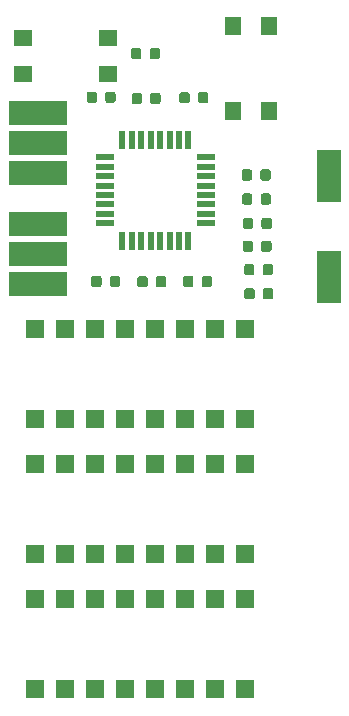
<source format=gtp>
G04 #@! TF.GenerationSoftware,KiCad,Pcbnew,5.0.1-33cea8e~68~ubuntu14.04.1*
G04 #@! TF.CreationDate,2018-11-20T20:00:49-08:00*
G04 #@! TF.ProjectId,delay,64656C61792E6B696361645F70636200,rev?*
G04 #@! TF.SameCoordinates,Original*
G04 #@! TF.FileFunction,Paste,Top*
G04 #@! TF.FilePolarity,Positive*
%FSLAX46Y46*%
G04 Gerber Fmt 4.6, Leading zero omitted, Abs format (unit mm)*
G04 Created by KiCad (PCBNEW 5.0.1-33cea8e~68~ubuntu14.04.1) date Tue 20 Nov 2018 08:00:49 PM PST*
%MOMM*%
%LPD*%
G01*
G04 APERTURE LIST*
%ADD10C,0.100000*%
%ADD11C,0.875000*%
%ADD12R,1.400000X1.600000*%
%ADD13R,1.600000X1.400000*%
%ADD14R,1.600000X1.600000*%
%ADD15R,0.550000X1.600000*%
%ADD16R,1.600000X0.550000*%
%ADD17R,2.000000X4.500000*%
%ADD18R,5.000000X2.000000*%
G04 APERTURE END LIST*
D10*
G04 #@! TO.C,C2*
G36*
X147355191Y-118974053D02*
X147376426Y-118977203D01*
X147397250Y-118982419D01*
X147417462Y-118989651D01*
X147436868Y-118998830D01*
X147455281Y-119009866D01*
X147472524Y-119022654D01*
X147488430Y-119037070D01*
X147502846Y-119052976D01*
X147515634Y-119070219D01*
X147526670Y-119088632D01*
X147535849Y-119108038D01*
X147543081Y-119128250D01*
X147548297Y-119149074D01*
X147551447Y-119170309D01*
X147552500Y-119191750D01*
X147552500Y-119704250D01*
X147551447Y-119725691D01*
X147548297Y-119746926D01*
X147543081Y-119767750D01*
X147535849Y-119787962D01*
X147526670Y-119807368D01*
X147515634Y-119825781D01*
X147502846Y-119843024D01*
X147488430Y-119858930D01*
X147472524Y-119873346D01*
X147455281Y-119886134D01*
X147436868Y-119897170D01*
X147417462Y-119906349D01*
X147397250Y-119913581D01*
X147376426Y-119918797D01*
X147355191Y-119921947D01*
X147333750Y-119923000D01*
X146896250Y-119923000D01*
X146874809Y-119921947D01*
X146853574Y-119918797D01*
X146832750Y-119913581D01*
X146812538Y-119906349D01*
X146793132Y-119897170D01*
X146774719Y-119886134D01*
X146757476Y-119873346D01*
X146741570Y-119858930D01*
X146727154Y-119843024D01*
X146714366Y-119825781D01*
X146703330Y-119807368D01*
X146694151Y-119787962D01*
X146686919Y-119767750D01*
X146681703Y-119746926D01*
X146678553Y-119725691D01*
X146677500Y-119704250D01*
X146677500Y-119191750D01*
X146678553Y-119170309D01*
X146681703Y-119149074D01*
X146686919Y-119128250D01*
X146694151Y-119108038D01*
X146703330Y-119088632D01*
X146714366Y-119070219D01*
X146727154Y-119052976D01*
X146741570Y-119037070D01*
X146757476Y-119022654D01*
X146774719Y-119009866D01*
X146793132Y-118998830D01*
X146812538Y-118989651D01*
X146832750Y-118982419D01*
X146853574Y-118977203D01*
X146874809Y-118974053D01*
X146896250Y-118973000D01*
X147333750Y-118973000D01*
X147355191Y-118974053D01*
X147355191Y-118974053D01*
G37*
D11*
X147115000Y-119448000D03*
D10*
G36*
X145780191Y-118974053D02*
X145801426Y-118977203D01*
X145822250Y-118982419D01*
X145842462Y-118989651D01*
X145861868Y-118998830D01*
X145880281Y-119009866D01*
X145897524Y-119022654D01*
X145913430Y-119037070D01*
X145927846Y-119052976D01*
X145940634Y-119070219D01*
X145951670Y-119088632D01*
X145960849Y-119108038D01*
X145968081Y-119128250D01*
X145973297Y-119149074D01*
X145976447Y-119170309D01*
X145977500Y-119191750D01*
X145977500Y-119704250D01*
X145976447Y-119725691D01*
X145973297Y-119746926D01*
X145968081Y-119767750D01*
X145960849Y-119787962D01*
X145951670Y-119807368D01*
X145940634Y-119825781D01*
X145927846Y-119843024D01*
X145913430Y-119858930D01*
X145897524Y-119873346D01*
X145880281Y-119886134D01*
X145861868Y-119897170D01*
X145842462Y-119906349D01*
X145822250Y-119913581D01*
X145801426Y-119918797D01*
X145780191Y-119921947D01*
X145758750Y-119923000D01*
X145321250Y-119923000D01*
X145299809Y-119921947D01*
X145278574Y-119918797D01*
X145257750Y-119913581D01*
X145237538Y-119906349D01*
X145218132Y-119897170D01*
X145199719Y-119886134D01*
X145182476Y-119873346D01*
X145166570Y-119858930D01*
X145152154Y-119843024D01*
X145139366Y-119825781D01*
X145128330Y-119807368D01*
X145119151Y-119787962D01*
X145111919Y-119767750D01*
X145106703Y-119746926D01*
X145103553Y-119725691D01*
X145102500Y-119704250D01*
X145102500Y-119191750D01*
X145103553Y-119170309D01*
X145106703Y-119149074D01*
X145111919Y-119128250D01*
X145119151Y-119108038D01*
X145128330Y-119088632D01*
X145139366Y-119070219D01*
X145152154Y-119052976D01*
X145166570Y-119037070D01*
X145182476Y-119022654D01*
X145199719Y-119009866D01*
X145218132Y-118998830D01*
X145237538Y-118989651D01*
X145257750Y-118982419D01*
X145278574Y-118977203D01*
X145299809Y-118974053D01*
X145321250Y-118973000D01*
X145758750Y-118973000D01*
X145780191Y-118974053D01*
X145780191Y-118974053D01*
G37*
D11*
X145540000Y-119448000D03*
G04 #@! TD*
D10*
G04 #@! TO.C,C3*
G36*
X145905191Y-120964053D02*
X145926426Y-120967203D01*
X145947250Y-120972419D01*
X145967462Y-120979651D01*
X145986868Y-120988830D01*
X146005281Y-120999866D01*
X146022524Y-121012654D01*
X146038430Y-121027070D01*
X146052846Y-121042976D01*
X146065634Y-121060219D01*
X146076670Y-121078632D01*
X146085849Y-121098038D01*
X146093081Y-121118250D01*
X146098297Y-121139074D01*
X146101447Y-121160309D01*
X146102500Y-121181750D01*
X146102500Y-121694250D01*
X146101447Y-121715691D01*
X146098297Y-121736926D01*
X146093081Y-121757750D01*
X146085849Y-121777962D01*
X146076670Y-121797368D01*
X146065634Y-121815781D01*
X146052846Y-121833024D01*
X146038430Y-121848930D01*
X146022524Y-121863346D01*
X146005281Y-121876134D01*
X145986868Y-121887170D01*
X145967462Y-121896349D01*
X145947250Y-121903581D01*
X145926426Y-121908797D01*
X145905191Y-121911947D01*
X145883750Y-121913000D01*
X145446250Y-121913000D01*
X145424809Y-121911947D01*
X145403574Y-121908797D01*
X145382750Y-121903581D01*
X145362538Y-121896349D01*
X145343132Y-121887170D01*
X145324719Y-121876134D01*
X145307476Y-121863346D01*
X145291570Y-121848930D01*
X145277154Y-121833024D01*
X145264366Y-121815781D01*
X145253330Y-121797368D01*
X145244151Y-121777962D01*
X145236919Y-121757750D01*
X145231703Y-121736926D01*
X145228553Y-121715691D01*
X145227500Y-121694250D01*
X145227500Y-121181750D01*
X145228553Y-121160309D01*
X145231703Y-121139074D01*
X145236919Y-121118250D01*
X145244151Y-121098038D01*
X145253330Y-121078632D01*
X145264366Y-121060219D01*
X145277154Y-121042976D01*
X145291570Y-121027070D01*
X145307476Y-121012654D01*
X145324719Y-120999866D01*
X145343132Y-120988830D01*
X145362538Y-120979651D01*
X145382750Y-120972419D01*
X145403574Y-120967203D01*
X145424809Y-120964053D01*
X145446250Y-120963000D01*
X145883750Y-120963000D01*
X145905191Y-120964053D01*
X145905191Y-120964053D01*
G37*
D11*
X145665000Y-121438000D03*
D10*
G36*
X147480191Y-120964053D02*
X147501426Y-120967203D01*
X147522250Y-120972419D01*
X147542462Y-120979651D01*
X147561868Y-120988830D01*
X147580281Y-120999866D01*
X147597524Y-121012654D01*
X147613430Y-121027070D01*
X147627846Y-121042976D01*
X147640634Y-121060219D01*
X147651670Y-121078632D01*
X147660849Y-121098038D01*
X147668081Y-121118250D01*
X147673297Y-121139074D01*
X147676447Y-121160309D01*
X147677500Y-121181750D01*
X147677500Y-121694250D01*
X147676447Y-121715691D01*
X147673297Y-121736926D01*
X147668081Y-121757750D01*
X147660849Y-121777962D01*
X147651670Y-121797368D01*
X147640634Y-121815781D01*
X147627846Y-121833024D01*
X147613430Y-121848930D01*
X147597524Y-121863346D01*
X147580281Y-121876134D01*
X147561868Y-121887170D01*
X147542462Y-121896349D01*
X147522250Y-121903581D01*
X147501426Y-121908797D01*
X147480191Y-121911947D01*
X147458750Y-121913000D01*
X147021250Y-121913000D01*
X146999809Y-121911947D01*
X146978574Y-121908797D01*
X146957750Y-121903581D01*
X146937538Y-121896349D01*
X146918132Y-121887170D01*
X146899719Y-121876134D01*
X146882476Y-121863346D01*
X146866570Y-121848930D01*
X146852154Y-121833024D01*
X146839366Y-121815781D01*
X146828330Y-121797368D01*
X146819151Y-121777962D01*
X146811919Y-121757750D01*
X146806703Y-121736926D01*
X146803553Y-121715691D01*
X146802500Y-121694250D01*
X146802500Y-121181750D01*
X146803553Y-121160309D01*
X146806703Y-121139074D01*
X146811919Y-121118250D01*
X146819151Y-121098038D01*
X146828330Y-121078632D01*
X146839366Y-121060219D01*
X146852154Y-121042976D01*
X146866570Y-121027070D01*
X146882476Y-121012654D01*
X146899719Y-120999866D01*
X146918132Y-120988830D01*
X146937538Y-120979651D01*
X146957750Y-120972419D01*
X146978574Y-120967203D01*
X146999809Y-120964053D01*
X147021250Y-120963000D01*
X147458750Y-120963000D01*
X147480191Y-120964053D01*
X147480191Y-120964053D01*
G37*
D11*
X147240000Y-121438000D03*
G04 #@! TD*
D10*
G04 #@! TO.C,C4*
G36*
X137959191Y-106460053D02*
X137980426Y-106463203D01*
X138001250Y-106468419D01*
X138021462Y-106475651D01*
X138040868Y-106484830D01*
X138059281Y-106495866D01*
X138076524Y-106508654D01*
X138092430Y-106523070D01*
X138106846Y-106538976D01*
X138119634Y-106556219D01*
X138130670Y-106574632D01*
X138139849Y-106594038D01*
X138147081Y-106614250D01*
X138152297Y-106635074D01*
X138155447Y-106656309D01*
X138156500Y-106677750D01*
X138156500Y-107190250D01*
X138155447Y-107211691D01*
X138152297Y-107232926D01*
X138147081Y-107253750D01*
X138139849Y-107273962D01*
X138130670Y-107293368D01*
X138119634Y-107311781D01*
X138106846Y-107329024D01*
X138092430Y-107344930D01*
X138076524Y-107359346D01*
X138059281Y-107372134D01*
X138040868Y-107383170D01*
X138021462Y-107392349D01*
X138001250Y-107399581D01*
X137980426Y-107404797D01*
X137959191Y-107407947D01*
X137937750Y-107409000D01*
X137500250Y-107409000D01*
X137478809Y-107407947D01*
X137457574Y-107404797D01*
X137436750Y-107399581D01*
X137416538Y-107392349D01*
X137397132Y-107383170D01*
X137378719Y-107372134D01*
X137361476Y-107359346D01*
X137345570Y-107344930D01*
X137331154Y-107329024D01*
X137318366Y-107311781D01*
X137307330Y-107293368D01*
X137298151Y-107273962D01*
X137290919Y-107253750D01*
X137285703Y-107232926D01*
X137282553Y-107211691D01*
X137281500Y-107190250D01*
X137281500Y-106677750D01*
X137282553Y-106656309D01*
X137285703Y-106635074D01*
X137290919Y-106614250D01*
X137298151Y-106594038D01*
X137307330Y-106574632D01*
X137318366Y-106556219D01*
X137331154Y-106538976D01*
X137345570Y-106523070D01*
X137361476Y-106508654D01*
X137378719Y-106495866D01*
X137397132Y-106484830D01*
X137416538Y-106475651D01*
X137436750Y-106468419D01*
X137457574Y-106463203D01*
X137478809Y-106460053D01*
X137500250Y-106459000D01*
X137937750Y-106459000D01*
X137959191Y-106460053D01*
X137959191Y-106460053D01*
G37*
D11*
X137719000Y-106934000D03*
D10*
G36*
X136384191Y-106460053D02*
X136405426Y-106463203D01*
X136426250Y-106468419D01*
X136446462Y-106475651D01*
X136465868Y-106484830D01*
X136484281Y-106495866D01*
X136501524Y-106508654D01*
X136517430Y-106523070D01*
X136531846Y-106538976D01*
X136544634Y-106556219D01*
X136555670Y-106574632D01*
X136564849Y-106594038D01*
X136572081Y-106614250D01*
X136577297Y-106635074D01*
X136580447Y-106656309D01*
X136581500Y-106677750D01*
X136581500Y-107190250D01*
X136580447Y-107211691D01*
X136577297Y-107232926D01*
X136572081Y-107253750D01*
X136564849Y-107273962D01*
X136555670Y-107293368D01*
X136544634Y-107311781D01*
X136531846Y-107329024D01*
X136517430Y-107344930D01*
X136501524Y-107359346D01*
X136484281Y-107372134D01*
X136465868Y-107383170D01*
X136446462Y-107392349D01*
X136426250Y-107399581D01*
X136405426Y-107404797D01*
X136384191Y-107407947D01*
X136362750Y-107409000D01*
X135925250Y-107409000D01*
X135903809Y-107407947D01*
X135882574Y-107404797D01*
X135861750Y-107399581D01*
X135841538Y-107392349D01*
X135822132Y-107383170D01*
X135803719Y-107372134D01*
X135786476Y-107359346D01*
X135770570Y-107344930D01*
X135756154Y-107329024D01*
X135743366Y-107311781D01*
X135732330Y-107293368D01*
X135723151Y-107273962D01*
X135715919Y-107253750D01*
X135710703Y-107232926D01*
X135707553Y-107211691D01*
X135706500Y-107190250D01*
X135706500Y-106677750D01*
X135707553Y-106656309D01*
X135710703Y-106635074D01*
X135715919Y-106614250D01*
X135723151Y-106594038D01*
X135732330Y-106574632D01*
X135743366Y-106556219D01*
X135756154Y-106538976D01*
X135770570Y-106523070D01*
X135786476Y-106508654D01*
X135803719Y-106495866D01*
X135822132Y-106484830D01*
X135841538Y-106475651D01*
X135861750Y-106468419D01*
X135882574Y-106463203D01*
X135903809Y-106460053D01*
X135925250Y-106459000D01*
X136362750Y-106459000D01*
X136384191Y-106460053D01*
X136384191Y-106460053D01*
G37*
D11*
X136144000Y-106934000D03*
G04 #@! TD*
D10*
G04 #@! TO.C,C5*
G36*
X137908191Y-102650053D02*
X137929426Y-102653203D01*
X137950250Y-102658419D01*
X137970462Y-102665651D01*
X137989868Y-102674830D01*
X138008281Y-102685866D01*
X138025524Y-102698654D01*
X138041430Y-102713070D01*
X138055846Y-102728976D01*
X138068634Y-102746219D01*
X138079670Y-102764632D01*
X138088849Y-102784038D01*
X138096081Y-102804250D01*
X138101297Y-102825074D01*
X138104447Y-102846309D01*
X138105500Y-102867750D01*
X138105500Y-103380250D01*
X138104447Y-103401691D01*
X138101297Y-103422926D01*
X138096081Y-103443750D01*
X138088849Y-103463962D01*
X138079670Y-103483368D01*
X138068634Y-103501781D01*
X138055846Y-103519024D01*
X138041430Y-103534930D01*
X138025524Y-103549346D01*
X138008281Y-103562134D01*
X137989868Y-103573170D01*
X137970462Y-103582349D01*
X137950250Y-103589581D01*
X137929426Y-103594797D01*
X137908191Y-103597947D01*
X137886750Y-103599000D01*
X137449250Y-103599000D01*
X137427809Y-103597947D01*
X137406574Y-103594797D01*
X137385750Y-103589581D01*
X137365538Y-103582349D01*
X137346132Y-103573170D01*
X137327719Y-103562134D01*
X137310476Y-103549346D01*
X137294570Y-103534930D01*
X137280154Y-103519024D01*
X137267366Y-103501781D01*
X137256330Y-103483368D01*
X137247151Y-103463962D01*
X137239919Y-103443750D01*
X137234703Y-103422926D01*
X137231553Y-103401691D01*
X137230500Y-103380250D01*
X137230500Y-102867750D01*
X137231553Y-102846309D01*
X137234703Y-102825074D01*
X137239919Y-102804250D01*
X137247151Y-102784038D01*
X137256330Y-102764632D01*
X137267366Y-102746219D01*
X137280154Y-102728976D01*
X137294570Y-102713070D01*
X137310476Y-102698654D01*
X137327719Y-102685866D01*
X137346132Y-102674830D01*
X137365538Y-102665651D01*
X137385750Y-102658419D01*
X137406574Y-102653203D01*
X137427809Y-102650053D01*
X137449250Y-102649000D01*
X137886750Y-102649000D01*
X137908191Y-102650053D01*
X137908191Y-102650053D01*
G37*
D11*
X137668000Y-103124000D03*
D10*
G36*
X136333191Y-102650053D02*
X136354426Y-102653203D01*
X136375250Y-102658419D01*
X136395462Y-102665651D01*
X136414868Y-102674830D01*
X136433281Y-102685866D01*
X136450524Y-102698654D01*
X136466430Y-102713070D01*
X136480846Y-102728976D01*
X136493634Y-102746219D01*
X136504670Y-102764632D01*
X136513849Y-102784038D01*
X136521081Y-102804250D01*
X136526297Y-102825074D01*
X136529447Y-102846309D01*
X136530500Y-102867750D01*
X136530500Y-103380250D01*
X136529447Y-103401691D01*
X136526297Y-103422926D01*
X136521081Y-103443750D01*
X136513849Y-103463962D01*
X136504670Y-103483368D01*
X136493634Y-103501781D01*
X136480846Y-103519024D01*
X136466430Y-103534930D01*
X136450524Y-103549346D01*
X136433281Y-103562134D01*
X136414868Y-103573170D01*
X136395462Y-103582349D01*
X136375250Y-103589581D01*
X136354426Y-103594797D01*
X136333191Y-103597947D01*
X136311750Y-103599000D01*
X135874250Y-103599000D01*
X135852809Y-103597947D01*
X135831574Y-103594797D01*
X135810750Y-103589581D01*
X135790538Y-103582349D01*
X135771132Y-103573170D01*
X135752719Y-103562134D01*
X135735476Y-103549346D01*
X135719570Y-103534930D01*
X135705154Y-103519024D01*
X135692366Y-103501781D01*
X135681330Y-103483368D01*
X135672151Y-103463962D01*
X135664919Y-103443750D01*
X135659703Y-103422926D01*
X135656553Y-103401691D01*
X135655500Y-103380250D01*
X135655500Y-102867750D01*
X135656553Y-102846309D01*
X135659703Y-102825074D01*
X135664919Y-102804250D01*
X135672151Y-102784038D01*
X135681330Y-102764632D01*
X135692366Y-102746219D01*
X135705154Y-102728976D01*
X135719570Y-102713070D01*
X135735476Y-102698654D01*
X135752719Y-102685866D01*
X135771132Y-102674830D01*
X135790538Y-102665651D01*
X135810750Y-102658419D01*
X135831574Y-102653203D01*
X135852809Y-102650053D01*
X135874250Y-102649000D01*
X136311750Y-102649000D01*
X136333191Y-102650053D01*
X136333191Y-102650053D01*
G37*
D11*
X136093000Y-103124000D03*
G04 #@! TD*
D10*
G04 #@! TO.C,D2*
G36*
X134530191Y-121954053D02*
X134551426Y-121957203D01*
X134572250Y-121962419D01*
X134592462Y-121969651D01*
X134611868Y-121978830D01*
X134630281Y-121989866D01*
X134647524Y-122002654D01*
X134663430Y-122017070D01*
X134677846Y-122032976D01*
X134690634Y-122050219D01*
X134701670Y-122068632D01*
X134710849Y-122088038D01*
X134718081Y-122108250D01*
X134723297Y-122129074D01*
X134726447Y-122150309D01*
X134727500Y-122171750D01*
X134727500Y-122684250D01*
X134726447Y-122705691D01*
X134723297Y-122726926D01*
X134718081Y-122747750D01*
X134710849Y-122767962D01*
X134701670Y-122787368D01*
X134690634Y-122805781D01*
X134677846Y-122823024D01*
X134663430Y-122838930D01*
X134647524Y-122853346D01*
X134630281Y-122866134D01*
X134611868Y-122877170D01*
X134592462Y-122886349D01*
X134572250Y-122893581D01*
X134551426Y-122898797D01*
X134530191Y-122901947D01*
X134508750Y-122903000D01*
X134071250Y-122903000D01*
X134049809Y-122901947D01*
X134028574Y-122898797D01*
X134007750Y-122893581D01*
X133987538Y-122886349D01*
X133968132Y-122877170D01*
X133949719Y-122866134D01*
X133932476Y-122853346D01*
X133916570Y-122838930D01*
X133902154Y-122823024D01*
X133889366Y-122805781D01*
X133878330Y-122787368D01*
X133869151Y-122767962D01*
X133861919Y-122747750D01*
X133856703Y-122726926D01*
X133853553Y-122705691D01*
X133852500Y-122684250D01*
X133852500Y-122171750D01*
X133853553Y-122150309D01*
X133856703Y-122129074D01*
X133861919Y-122108250D01*
X133869151Y-122088038D01*
X133878330Y-122068632D01*
X133889366Y-122050219D01*
X133902154Y-122032976D01*
X133916570Y-122017070D01*
X133932476Y-122002654D01*
X133949719Y-121989866D01*
X133968132Y-121978830D01*
X133987538Y-121969651D01*
X134007750Y-121962419D01*
X134028574Y-121957203D01*
X134049809Y-121954053D01*
X134071250Y-121953000D01*
X134508750Y-121953000D01*
X134530191Y-121954053D01*
X134530191Y-121954053D01*
G37*
D11*
X134290000Y-122428000D03*
D10*
G36*
X132955191Y-121954053D02*
X132976426Y-121957203D01*
X132997250Y-121962419D01*
X133017462Y-121969651D01*
X133036868Y-121978830D01*
X133055281Y-121989866D01*
X133072524Y-122002654D01*
X133088430Y-122017070D01*
X133102846Y-122032976D01*
X133115634Y-122050219D01*
X133126670Y-122068632D01*
X133135849Y-122088038D01*
X133143081Y-122108250D01*
X133148297Y-122129074D01*
X133151447Y-122150309D01*
X133152500Y-122171750D01*
X133152500Y-122684250D01*
X133151447Y-122705691D01*
X133148297Y-122726926D01*
X133143081Y-122747750D01*
X133135849Y-122767962D01*
X133126670Y-122787368D01*
X133115634Y-122805781D01*
X133102846Y-122823024D01*
X133088430Y-122838930D01*
X133072524Y-122853346D01*
X133055281Y-122866134D01*
X133036868Y-122877170D01*
X133017462Y-122886349D01*
X132997250Y-122893581D01*
X132976426Y-122898797D01*
X132955191Y-122901947D01*
X132933750Y-122903000D01*
X132496250Y-122903000D01*
X132474809Y-122901947D01*
X132453574Y-122898797D01*
X132432750Y-122893581D01*
X132412538Y-122886349D01*
X132393132Y-122877170D01*
X132374719Y-122866134D01*
X132357476Y-122853346D01*
X132341570Y-122838930D01*
X132327154Y-122823024D01*
X132314366Y-122805781D01*
X132303330Y-122787368D01*
X132294151Y-122767962D01*
X132286919Y-122747750D01*
X132281703Y-122726926D01*
X132278553Y-122705691D01*
X132277500Y-122684250D01*
X132277500Y-122171750D01*
X132278553Y-122150309D01*
X132281703Y-122129074D01*
X132286919Y-122108250D01*
X132294151Y-122088038D01*
X132303330Y-122068632D01*
X132314366Y-122050219D01*
X132327154Y-122032976D01*
X132341570Y-122017070D01*
X132357476Y-122002654D01*
X132374719Y-121989866D01*
X132393132Y-121978830D01*
X132412538Y-121969651D01*
X132432750Y-121962419D01*
X132453574Y-121957203D01*
X132474809Y-121954053D01*
X132496250Y-121953000D01*
X132933750Y-121953000D01*
X132955191Y-121954053D01*
X132955191Y-121954053D01*
G37*
D11*
X132715000Y-122428000D03*
G04 #@! TD*
D10*
G04 #@! TO.C,R1*
G36*
X140425191Y-106396053D02*
X140446426Y-106399203D01*
X140467250Y-106404419D01*
X140487462Y-106411651D01*
X140506868Y-106420830D01*
X140525281Y-106431866D01*
X140542524Y-106444654D01*
X140558430Y-106459070D01*
X140572846Y-106474976D01*
X140585634Y-106492219D01*
X140596670Y-106510632D01*
X140605849Y-106530038D01*
X140613081Y-106550250D01*
X140618297Y-106571074D01*
X140621447Y-106592309D01*
X140622500Y-106613750D01*
X140622500Y-107126250D01*
X140621447Y-107147691D01*
X140618297Y-107168926D01*
X140613081Y-107189750D01*
X140605849Y-107209962D01*
X140596670Y-107229368D01*
X140585634Y-107247781D01*
X140572846Y-107265024D01*
X140558430Y-107280930D01*
X140542524Y-107295346D01*
X140525281Y-107308134D01*
X140506868Y-107319170D01*
X140487462Y-107328349D01*
X140467250Y-107335581D01*
X140446426Y-107340797D01*
X140425191Y-107343947D01*
X140403750Y-107345000D01*
X139966250Y-107345000D01*
X139944809Y-107343947D01*
X139923574Y-107340797D01*
X139902750Y-107335581D01*
X139882538Y-107328349D01*
X139863132Y-107319170D01*
X139844719Y-107308134D01*
X139827476Y-107295346D01*
X139811570Y-107280930D01*
X139797154Y-107265024D01*
X139784366Y-107247781D01*
X139773330Y-107229368D01*
X139764151Y-107209962D01*
X139756919Y-107189750D01*
X139751703Y-107168926D01*
X139748553Y-107147691D01*
X139747500Y-107126250D01*
X139747500Y-106613750D01*
X139748553Y-106592309D01*
X139751703Y-106571074D01*
X139756919Y-106550250D01*
X139764151Y-106530038D01*
X139773330Y-106510632D01*
X139784366Y-106492219D01*
X139797154Y-106474976D01*
X139811570Y-106459070D01*
X139827476Y-106444654D01*
X139844719Y-106431866D01*
X139863132Y-106420830D01*
X139882538Y-106411651D01*
X139902750Y-106404419D01*
X139923574Y-106399203D01*
X139944809Y-106396053D01*
X139966250Y-106395000D01*
X140403750Y-106395000D01*
X140425191Y-106396053D01*
X140425191Y-106396053D01*
G37*
D11*
X140185000Y-106870000D03*
D10*
G36*
X142000191Y-106396053D02*
X142021426Y-106399203D01*
X142042250Y-106404419D01*
X142062462Y-106411651D01*
X142081868Y-106420830D01*
X142100281Y-106431866D01*
X142117524Y-106444654D01*
X142133430Y-106459070D01*
X142147846Y-106474976D01*
X142160634Y-106492219D01*
X142171670Y-106510632D01*
X142180849Y-106530038D01*
X142188081Y-106550250D01*
X142193297Y-106571074D01*
X142196447Y-106592309D01*
X142197500Y-106613750D01*
X142197500Y-107126250D01*
X142196447Y-107147691D01*
X142193297Y-107168926D01*
X142188081Y-107189750D01*
X142180849Y-107209962D01*
X142171670Y-107229368D01*
X142160634Y-107247781D01*
X142147846Y-107265024D01*
X142133430Y-107280930D01*
X142117524Y-107295346D01*
X142100281Y-107308134D01*
X142081868Y-107319170D01*
X142062462Y-107328349D01*
X142042250Y-107335581D01*
X142021426Y-107340797D01*
X142000191Y-107343947D01*
X141978750Y-107345000D01*
X141541250Y-107345000D01*
X141519809Y-107343947D01*
X141498574Y-107340797D01*
X141477750Y-107335581D01*
X141457538Y-107328349D01*
X141438132Y-107319170D01*
X141419719Y-107308134D01*
X141402476Y-107295346D01*
X141386570Y-107280930D01*
X141372154Y-107265024D01*
X141359366Y-107247781D01*
X141348330Y-107229368D01*
X141339151Y-107209962D01*
X141331919Y-107189750D01*
X141326703Y-107168926D01*
X141323553Y-107147691D01*
X141322500Y-107126250D01*
X141322500Y-106613750D01*
X141323553Y-106592309D01*
X141326703Y-106571074D01*
X141331919Y-106550250D01*
X141339151Y-106530038D01*
X141348330Y-106510632D01*
X141359366Y-106492219D01*
X141372154Y-106474976D01*
X141386570Y-106459070D01*
X141402476Y-106444654D01*
X141419719Y-106431866D01*
X141438132Y-106420830D01*
X141457538Y-106411651D01*
X141477750Y-106404419D01*
X141498574Y-106399203D01*
X141519809Y-106396053D01*
X141541250Y-106395000D01*
X141978750Y-106395000D01*
X142000191Y-106396053D01*
X142000191Y-106396053D01*
G37*
D11*
X141760000Y-106870000D03*
G04 #@! TD*
D10*
G04 #@! TO.C,R2*
G36*
X134145191Y-106356053D02*
X134166426Y-106359203D01*
X134187250Y-106364419D01*
X134207462Y-106371651D01*
X134226868Y-106380830D01*
X134245281Y-106391866D01*
X134262524Y-106404654D01*
X134278430Y-106419070D01*
X134292846Y-106434976D01*
X134305634Y-106452219D01*
X134316670Y-106470632D01*
X134325849Y-106490038D01*
X134333081Y-106510250D01*
X134338297Y-106531074D01*
X134341447Y-106552309D01*
X134342500Y-106573750D01*
X134342500Y-107086250D01*
X134341447Y-107107691D01*
X134338297Y-107128926D01*
X134333081Y-107149750D01*
X134325849Y-107169962D01*
X134316670Y-107189368D01*
X134305634Y-107207781D01*
X134292846Y-107225024D01*
X134278430Y-107240930D01*
X134262524Y-107255346D01*
X134245281Y-107268134D01*
X134226868Y-107279170D01*
X134207462Y-107288349D01*
X134187250Y-107295581D01*
X134166426Y-107300797D01*
X134145191Y-107303947D01*
X134123750Y-107305000D01*
X133686250Y-107305000D01*
X133664809Y-107303947D01*
X133643574Y-107300797D01*
X133622750Y-107295581D01*
X133602538Y-107288349D01*
X133583132Y-107279170D01*
X133564719Y-107268134D01*
X133547476Y-107255346D01*
X133531570Y-107240930D01*
X133517154Y-107225024D01*
X133504366Y-107207781D01*
X133493330Y-107189368D01*
X133484151Y-107169962D01*
X133476919Y-107149750D01*
X133471703Y-107128926D01*
X133468553Y-107107691D01*
X133467500Y-107086250D01*
X133467500Y-106573750D01*
X133468553Y-106552309D01*
X133471703Y-106531074D01*
X133476919Y-106510250D01*
X133484151Y-106490038D01*
X133493330Y-106470632D01*
X133504366Y-106452219D01*
X133517154Y-106434976D01*
X133531570Y-106419070D01*
X133547476Y-106404654D01*
X133564719Y-106391866D01*
X133583132Y-106380830D01*
X133602538Y-106371651D01*
X133622750Y-106364419D01*
X133643574Y-106359203D01*
X133664809Y-106356053D01*
X133686250Y-106355000D01*
X134123750Y-106355000D01*
X134145191Y-106356053D01*
X134145191Y-106356053D01*
G37*
D11*
X133905000Y-106830000D03*
D10*
G36*
X132570191Y-106356053D02*
X132591426Y-106359203D01*
X132612250Y-106364419D01*
X132632462Y-106371651D01*
X132651868Y-106380830D01*
X132670281Y-106391866D01*
X132687524Y-106404654D01*
X132703430Y-106419070D01*
X132717846Y-106434976D01*
X132730634Y-106452219D01*
X132741670Y-106470632D01*
X132750849Y-106490038D01*
X132758081Y-106510250D01*
X132763297Y-106531074D01*
X132766447Y-106552309D01*
X132767500Y-106573750D01*
X132767500Y-107086250D01*
X132766447Y-107107691D01*
X132763297Y-107128926D01*
X132758081Y-107149750D01*
X132750849Y-107169962D01*
X132741670Y-107189368D01*
X132730634Y-107207781D01*
X132717846Y-107225024D01*
X132703430Y-107240930D01*
X132687524Y-107255346D01*
X132670281Y-107268134D01*
X132651868Y-107279170D01*
X132632462Y-107288349D01*
X132612250Y-107295581D01*
X132591426Y-107300797D01*
X132570191Y-107303947D01*
X132548750Y-107305000D01*
X132111250Y-107305000D01*
X132089809Y-107303947D01*
X132068574Y-107300797D01*
X132047750Y-107295581D01*
X132027538Y-107288349D01*
X132008132Y-107279170D01*
X131989719Y-107268134D01*
X131972476Y-107255346D01*
X131956570Y-107240930D01*
X131942154Y-107225024D01*
X131929366Y-107207781D01*
X131918330Y-107189368D01*
X131909151Y-107169962D01*
X131901919Y-107149750D01*
X131896703Y-107128926D01*
X131893553Y-107107691D01*
X131892500Y-107086250D01*
X131892500Y-106573750D01*
X131893553Y-106552309D01*
X131896703Y-106531074D01*
X131901919Y-106510250D01*
X131909151Y-106490038D01*
X131918330Y-106470632D01*
X131929366Y-106452219D01*
X131942154Y-106434976D01*
X131956570Y-106419070D01*
X131972476Y-106404654D01*
X131989719Y-106391866D01*
X132008132Y-106380830D01*
X132027538Y-106371651D01*
X132047750Y-106364419D01*
X132068574Y-106359203D01*
X132089809Y-106356053D01*
X132111250Y-106355000D01*
X132548750Y-106355000D01*
X132570191Y-106356053D01*
X132570191Y-106356053D01*
G37*
D11*
X132330000Y-106830000D03*
G04 #@! TD*
D10*
G04 #@! TO.C,R3*
G36*
X145732691Y-114974053D02*
X145753926Y-114977203D01*
X145774750Y-114982419D01*
X145794962Y-114989651D01*
X145814368Y-114998830D01*
X145832781Y-115009866D01*
X145850024Y-115022654D01*
X145865930Y-115037070D01*
X145880346Y-115052976D01*
X145893134Y-115070219D01*
X145904170Y-115088632D01*
X145913349Y-115108038D01*
X145920581Y-115128250D01*
X145925797Y-115149074D01*
X145928947Y-115170309D01*
X145930000Y-115191750D01*
X145930000Y-115704250D01*
X145928947Y-115725691D01*
X145925797Y-115746926D01*
X145920581Y-115767750D01*
X145913349Y-115787962D01*
X145904170Y-115807368D01*
X145893134Y-115825781D01*
X145880346Y-115843024D01*
X145865930Y-115858930D01*
X145850024Y-115873346D01*
X145832781Y-115886134D01*
X145814368Y-115897170D01*
X145794962Y-115906349D01*
X145774750Y-115913581D01*
X145753926Y-115918797D01*
X145732691Y-115921947D01*
X145711250Y-115923000D01*
X145273750Y-115923000D01*
X145252309Y-115921947D01*
X145231074Y-115918797D01*
X145210250Y-115913581D01*
X145190038Y-115906349D01*
X145170632Y-115897170D01*
X145152219Y-115886134D01*
X145134976Y-115873346D01*
X145119070Y-115858930D01*
X145104654Y-115843024D01*
X145091866Y-115825781D01*
X145080830Y-115807368D01*
X145071651Y-115787962D01*
X145064419Y-115767750D01*
X145059203Y-115746926D01*
X145056053Y-115725691D01*
X145055000Y-115704250D01*
X145055000Y-115191750D01*
X145056053Y-115170309D01*
X145059203Y-115149074D01*
X145064419Y-115128250D01*
X145071651Y-115108038D01*
X145080830Y-115088632D01*
X145091866Y-115070219D01*
X145104654Y-115052976D01*
X145119070Y-115037070D01*
X145134976Y-115022654D01*
X145152219Y-115009866D01*
X145170632Y-114998830D01*
X145190038Y-114989651D01*
X145210250Y-114982419D01*
X145231074Y-114977203D01*
X145252309Y-114974053D01*
X145273750Y-114973000D01*
X145711250Y-114973000D01*
X145732691Y-114974053D01*
X145732691Y-114974053D01*
G37*
D11*
X145492500Y-115448000D03*
D10*
G36*
X147307691Y-114974053D02*
X147328926Y-114977203D01*
X147349750Y-114982419D01*
X147369962Y-114989651D01*
X147389368Y-114998830D01*
X147407781Y-115009866D01*
X147425024Y-115022654D01*
X147440930Y-115037070D01*
X147455346Y-115052976D01*
X147468134Y-115070219D01*
X147479170Y-115088632D01*
X147488349Y-115108038D01*
X147495581Y-115128250D01*
X147500797Y-115149074D01*
X147503947Y-115170309D01*
X147505000Y-115191750D01*
X147505000Y-115704250D01*
X147503947Y-115725691D01*
X147500797Y-115746926D01*
X147495581Y-115767750D01*
X147488349Y-115787962D01*
X147479170Y-115807368D01*
X147468134Y-115825781D01*
X147455346Y-115843024D01*
X147440930Y-115858930D01*
X147425024Y-115873346D01*
X147407781Y-115886134D01*
X147389368Y-115897170D01*
X147369962Y-115906349D01*
X147349750Y-115913581D01*
X147328926Y-115918797D01*
X147307691Y-115921947D01*
X147286250Y-115923000D01*
X146848750Y-115923000D01*
X146827309Y-115921947D01*
X146806074Y-115918797D01*
X146785250Y-115913581D01*
X146765038Y-115906349D01*
X146745632Y-115897170D01*
X146727219Y-115886134D01*
X146709976Y-115873346D01*
X146694070Y-115858930D01*
X146679654Y-115843024D01*
X146666866Y-115825781D01*
X146655830Y-115807368D01*
X146646651Y-115787962D01*
X146639419Y-115767750D01*
X146634203Y-115746926D01*
X146631053Y-115725691D01*
X146630000Y-115704250D01*
X146630000Y-115191750D01*
X146631053Y-115170309D01*
X146634203Y-115149074D01*
X146639419Y-115128250D01*
X146646651Y-115108038D01*
X146655830Y-115088632D01*
X146666866Y-115070219D01*
X146679654Y-115052976D01*
X146694070Y-115037070D01*
X146709976Y-115022654D01*
X146727219Y-115009866D01*
X146745632Y-114998830D01*
X146765038Y-114989651D01*
X146785250Y-114982419D01*
X146806074Y-114977203D01*
X146827309Y-114974053D01*
X146848750Y-114973000D01*
X147286250Y-114973000D01*
X147307691Y-114974053D01*
X147307691Y-114974053D01*
G37*
D11*
X147067500Y-115448000D03*
G04 #@! TD*
D10*
G04 #@! TO.C,R4*
G36*
X147270191Y-112934053D02*
X147291426Y-112937203D01*
X147312250Y-112942419D01*
X147332462Y-112949651D01*
X147351868Y-112958830D01*
X147370281Y-112969866D01*
X147387524Y-112982654D01*
X147403430Y-112997070D01*
X147417846Y-113012976D01*
X147430634Y-113030219D01*
X147441670Y-113048632D01*
X147450849Y-113068038D01*
X147458081Y-113088250D01*
X147463297Y-113109074D01*
X147466447Y-113130309D01*
X147467500Y-113151750D01*
X147467500Y-113664250D01*
X147466447Y-113685691D01*
X147463297Y-113706926D01*
X147458081Y-113727750D01*
X147450849Y-113747962D01*
X147441670Y-113767368D01*
X147430634Y-113785781D01*
X147417846Y-113803024D01*
X147403430Y-113818930D01*
X147387524Y-113833346D01*
X147370281Y-113846134D01*
X147351868Y-113857170D01*
X147332462Y-113866349D01*
X147312250Y-113873581D01*
X147291426Y-113878797D01*
X147270191Y-113881947D01*
X147248750Y-113883000D01*
X146811250Y-113883000D01*
X146789809Y-113881947D01*
X146768574Y-113878797D01*
X146747750Y-113873581D01*
X146727538Y-113866349D01*
X146708132Y-113857170D01*
X146689719Y-113846134D01*
X146672476Y-113833346D01*
X146656570Y-113818930D01*
X146642154Y-113803024D01*
X146629366Y-113785781D01*
X146618330Y-113767368D01*
X146609151Y-113747962D01*
X146601919Y-113727750D01*
X146596703Y-113706926D01*
X146593553Y-113685691D01*
X146592500Y-113664250D01*
X146592500Y-113151750D01*
X146593553Y-113130309D01*
X146596703Y-113109074D01*
X146601919Y-113088250D01*
X146609151Y-113068038D01*
X146618330Y-113048632D01*
X146629366Y-113030219D01*
X146642154Y-113012976D01*
X146656570Y-112997070D01*
X146672476Y-112982654D01*
X146689719Y-112969866D01*
X146708132Y-112958830D01*
X146727538Y-112949651D01*
X146747750Y-112942419D01*
X146768574Y-112937203D01*
X146789809Y-112934053D01*
X146811250Y-112933000D01*
X147248750Y-112933000D01*
X147270191Y-112934053D01*
X147270191Y-112934053D01*
G37*
D11*
X147030000Y-113408000D03*
D10*
G36*
X145695191Y-112934053D02*
X145716426Y-112937203D01*
X145737250Y-112942419D01*
X145757462Y-112949651D01*
X145776868Y-112958830D01*
X145795281Y-112969866D01*
X145812524Y-112982654D01*
X145828430Y-112997070D01*
X145842846Y-113012976D01*
X145855634Y-113030219D01*
X145866670Y-113048632D01*
X145875849Y-113068038D01*
X145883081Y-113088250D01*
X145888297Y-113109074D01*
X145891447Y-113130309D01*
X145892500Y-113151750D01*
X145892500Y-113664250D01*
X145891447Y-113685691D01*
X145888297Y-113706926D01*
X145883081Y-113727750D01*
X145875849Y-113747962D01*
X145866670Y-113767368D01*
X145855634Y-113785781D01*
X145842846Y-113803024D01*
X145828430Y-113818930D01*
X145812524Y-113833346D01*
X145795281Y-113846134D01*
X145776868Y-113857170D01*
X145757462Y-113866349D01*
X145737250Y-113873581D01*
X145716426Y-113878797D01*
X145695191Y-113881947D01*
X145673750Y-113883000D01*
X145236250Y-113883000D01*
X145214809Y-113881947D01*
X145193574Y-113878797D01*
X145172750Y-113873581D01*
X145152538Y-113866349D01*
X145133132Y-113857170D01*
X145114719Y-113846134D01*
X145097476Y-113833346D01*
X145081570Y-113818930D01*
X145067154Y-113803024D01*
X145054366Y-113785781D01*
X145043330Y-113767368D01*
X145034151Y-113747962D01*
X145026919Y-113727750D01*
X145021703Y-113706926D01*
X145018553Y-113685691D01*
X145017500Y-113664250D01*
X145017500Y-113151750D01*
X145018553Y-113130309D01*
X145021703Y-113109074D01*
X145026919Y-113088250D01*
X145034151Y-113068038D01*
X145043330Y-113048632D01*
X145054366Y-113030219D01*
X145067154Y-113012976D01*
X145081570Y-112997070D01*
X145097476Y-112982654D01*
X145114719Y-112969866D01*
X145133132Y-112958830D01*
X145152538Y-112949651D01*
X145172750Y-112942419D01*
X145193574Y-112937203D01*
X145214809Y-112934053D01*
X145236250Y-112933000D01*
X145673750Y-112933000D01*
X145695191Y-112934053D01*
X145695191Y-112934053D01*
G37*
D11*
X145455000Y-113408000D03*
G04 #@! TD*
D12*
G04 #@! TO.C,SW2*
X147296000Y-107994000D03*
X147296000Y-100794000D03*
X144296000Y-107994000D03*
X144296000Y-100794000D03*
G04 #@! TD*
D13*
G04 #@! TO.C,SW3*
X126492000Y-104854000D03*
X133692000Y-104854000D03*
X126492000Y-101854000D03*
X133692000Y-101854000D03*
G04 #@! TD*
D14*
G04 #@! TO.C,SW4*
X145288000Y-145542000D03*
X127508000Y-137922000D03*
X142748000Y-145542000D03*
X130048000Y-137922000D03*
X140208000Y-145542000D03*
X132588000Y-137922000D03*
X137668000Y-145542000D03*
X135128000Y-137922000D03*
X135128000Y-145542000D03*
X137668000Y-137922000D03*
X132588000Y-145542000D03*
X140208000Y-137922000D03*
X130048000Y-145542000D03*
X142748000Y-137922000D03*
X127508000Y-145542000D03*
X145288000Y-137922000D03*
G04 #@! TD*
G04 #@! TO.C,SW5*
X145288000Y-126492000D03*
X127508000Y-134112000D03*
X142748000Y-126492000D03*
X130048000Y-134112000D03*
X140208000Y-126492000D03*
X132588000Y-134112000D03*
X137668000Y-126492000D03*
X135128000Y-134112000D03*
X135128000Y-126492000D03*
X137668000Y-134112000D03*
X132588000Y-126492000D03*
X140208000Y-134112000D03*
X130048000Y-126492000D03*
X142748000Y-134112000D03*
X127508000Y-126492000D03*
X145288000Y-134112000D03*
G04 #@! TD*
G04 #@! TO.C,SW6*
X127508000Y-156972000D03*
X145288000Y-149352000D03*
X130048000Y-156972000D03*
X142748000Y-149352000D03*
X132588000Y-156972000D03*
X140208000Y-149352000D03*
X135128000Y-156972000D03*
X137668000Y-149352000D03*
X137668000Y-156972000D03*
X135128000Y-149352000D03*
X140208000Y-156972000D03*
X132588000Y-149352000D03*
X142748000Y-156972000D03*
X130048000Y-149352000D03*
X145288000Y-156972000D03*
X127508000Y-149352000D03*
G04 #@! TD*
D15*
G04 #@! TO.C,U1*
X134910000Y-118960000D03*
X135710000Y-118960000D03*
X136510000Y-118960000D03*
X137310000Y-118960000D03*
X138110000Y-118960000D03*
X138910000Y-118960000D03*
X139710000Y-118960000D03*
X140510000Y-118960000D03*
D16*
X141960000Y-117510000D03*
X141960000Y-116710000D03*
X141960000Y-115910000D03*
X141960000Y-115110000D03*
X141960000Y-114310000D03*
X141960000Y-113510000D03*
X141960000Y-112710000D03*
X141960000Y-111910000D03*
D15*
X140510000Y-110460000D03*
X139710000Y-110460000D03*
X138910000Y-110460000D03*
X138110000Y-110460000D03*
X137310000Y-110460000D03*
X136510000Y-110460000D03*
X135710000Y-110460000D03*
X134910000Y-110460000D03*
D16*
X133460000Y-111910000D03*
X133460000Y-112710000D03*
X133460000Y-113510000D03*
X133460000Y-114310000D03*
X133460000Y-115110000D03*
X133460000Y-115910000D03*
X133460000Y-116710000D03*
X133460000Y-117510000D03*
G04 #@! TD*
D17*
G04 #@! TO.C,Y1*
X152400000Y-113538000D03*
X152400000Y-122038000D03*
G04 #@! TD*
D10*
G04 #@! TO.C,C1*
G36*
X145795191Y-117044053D02*
X145816426Y-117047203D01*
X145837250Y-117052419D01*
X145857462Y-117059651D01*
X145876868Y-117068830D01*
X145895281Y-117079866D01*
X145912524Y-117092654D01*
X145928430Y-117107070D01*
X145942846Y-117122976D01*
X145955634Y-117140219D01*
X145966670Y-117158632D01*
X145975849Y-117178038D01*
X145983081Y-117198250D01*
X145988297Y-117219074D01*
X145991447Y-117240309D01*
X145992500Y-117261750D01*
X145992500Y-117774250D01*
X145991447Y-117795691D01*
X145988297Y-117816926D01*
X145983081Y-117837750D01*
X145975849Y-117857962D01*
X145966670Y-117877368D01*
X145955634Y-117895781D01*
X145942846Y-117913024D01*
X145928430Y-117928930D01*
X145912524Y-117943346D01*
X145895281Y-117956134D01*
X145876868Y-117967170D01*
X145857462Y-117976349D01*
X145837250Y-117983581D01*
X145816426Y-117988797D01*
X145795191Y-117991947D01*
X145773750Y-117993000D01*
X145336250Y-117993000D01*
X145314809Y-117991947D01*
X145293574Y-117988797D01*
X145272750Y-117983581D01*
X145252538Y-117976349D01*
X145233132Y-117967170D01*
X145214719Y-117956134D01*
X145197476Y-117943346D01*
X145181570Y-117928930D01*
X145167154Y-117913024D01*
X145154366Y-117895781D01*
X145143330Y-117877368D01*
X145134151Y-117857962D01*
X145126919Y-117837750D01*
X145121703Y-117816926D01*
X145118553Y-117795691D01*
X145117500Y-117774250D01*
X145117500Y-117261750D01*
X145118553Y-117240309D01*
X145121703Y-117219074D01*
X145126919Y-117198250D01*
X145134151Y-117178038D01*
X145143330Y-117158632D01*
X145154366Y-117140219D01*
X145167154Y-117122976D01*
X145181570Y-117107070D01*
X145197476Y-117092654D01*
X145214719Y-117079866D01*
X145233132Y-117068830D01*
X145252538Y-117059651D01*
X145272750Y-117052419D01*
X145293574Y-117047203D01*
X145314809Y-117044053D01*
X145336250Y-117043000D01*
X145773750Y-117043000D01*
X145795191Y-117044053D01*
X145795191Y-117044053D01*
G37*
D11*
X145555000Y-117518000D03*
D10*
G36*
X147370191Y-117044053D02*
X147391426Y-117047203D01*
X147412250Y-117052419D01*
X147432462Y-117059651D01*
X147451868Y-117068830D01*
X147470281Y-117079866D01*
X147487524Y-117092654D01*
X147503430Y-117107070D01*
X147517846Y-117122976D01*
X147530634Y-117140219D01*
X147541670Y-117158632D01*
X147550849Y-117178038D01*
X147558081Y-117198250D01*
X147563297Y-117219074D01*
X147566447Y-117240309D01*
X147567500Y-117261750D01*
X147567500Y-117774250D01*
X147566447Y-117795691D01*
X147563297Y-117816926D01*
X147558081Y-117837750D01*
X147550849Y-117857962D01*
X147541670Y-117877368D01*
X147530634Y-117895781D01*
X147517846Y-117913024D01*
X147503430Y-117928930D01*
X147487524Y-117943346D01*
X147470281Y-117956134D01*
X147451868Y-117967170D01*
X147432462Y-117976349D01*
X147412250Y-117983581D01*
X147391426Y-117988797D01*
X147370191Y-117991947D01*
X147348750Y-117993000D01*
X146911250Y-117993000D01*
X146889809Y-117991947D01*
X146868574Y-117988797D01*
X146847750Y-117983581D01*
X146827538Y-117976349D01*
X146808132Y-117967170D01*
X146789719Y-117956134D01*
X146772476Y-117943346D01*
X146756570Y-117928930D01*
X146742154Y-117913024D01*
X146729366Y-117895781D01*
X146718330Y-117877368D01*
X146709151Y-117857962D01*
X146701919Y-117837750D01*
X146696703Y-117816926D01*
X146693553Y-117795691D01*
X146692500Y-117774250D01*
X146692500Y-117261750D01*
X146693553Y-117240309D01*
X146696703Y-117219074D01*
X146701919Y-117198250D01*
X146709151Y-117178038D01*
X146718330Y-117158632D01*
X146729366Y-117140219D01*
X146742154Y-117122976D01*
X146756570Y-117107070D01*
X146772476Y-117092654D01*
X146789719Y-117079866D01*
X146808132Y-117068830D01*
X146827538Y-117059651D01*
X146847750Y-117052419D01*
X146868574Y-117047203D01*
X146889809Y-117044053D01*
X146911250Y-117043000D01*
X147348750Y-117043000D01*
X147370191Y-117044053D01*
X147370191Y-117044053D01*
G37*
D11*
X147130000Y-117518000D03*
G04 #@! TD*
D18*
G04 #@! TO.C,J1*
X127762000Y-117602000D03*
X127762000Y-120142000D03*
X127762000Y-122682000D03*
X127762000Y-117602000D03*
X127762000Y-120142000D03*
X127762000Y-122682000D03*
G04 #@! TD*
G04 #@! TO.C,J3*
X127762000Y-108204000D03*
X127762000Y-110744000D03*
X127762000Y-113284000D03*
X127762000Y-108204000D03*
X127762000Y-110744000D03*
X127762000Y-113284000D03*
G04 #@! TD*
D10*
G04 #@! TO.C,R5*
G36*
X138430191Y-121978053D02*
X138451426Y-121981203D01*
X138472250Y-121986419D01*
X138492462Y-121993651D01*
X138511868Y-122002830D01*
X138530281Y-122013866D01*
X138547524Y-122026654D01*
X138563430Y-122041070D01*
X138577846Y-122056976D01*
X138590634Y-122074219D01*
X138601670Y-122092632D01*
X138610849Y-122112038D01*
X138618081Y-122132250D01*
X138623297Y-122153074D01*
X138626447Y-122174309D01*
X138627500Y-122195750D01*
X138627500Y-122708250D01*
X138626447Y-122729691D01*
X138623297Y-122750926D01*
X138618081Y-122771750D01*
X138610849Y-122791962D01*
X138601670Y-122811368D01*
X138590634Y-122829781D01*
X138577846Y-122847024D01*
X138563430Y-122862930D01*
X138547524Y-122877346D01*
X138530281Y-122890134D01*
X138511868Y-122901170D01*
X138492462Y-122910349D01*
X138472250Y-122917581D01*
X138451426Y-122922797D01*
X138430191Y-122925947D01*
X138408750Y-122927000D01*
X137971250Y-122927000D01*
X137949809Y-122925947D01*
X137928574Y-122922797D01*
X137907750Y-122917581D01*
X137887538Y-122910349D01*
X137868132Y-122901170D01*
X137849719Y-122890134D01*
X137832476Y-122877346D01*
X137816570Y-122862930D01*
X137802154Y-122847024D01*
X137789366Y-122829781D01*
X137778330Y-122811368D01*
X137769151Y-122791962D01*
X137761919Y-122771750D01*
X137756703Y-122750926D01*
X137753553Y-122729691D01*
X137752500Y-122708250D01*
X137752500Y-122195750D01*
X137753553Y-122174309D01*
X137756703Y-122153074D01*
X137761919Y-122132250D01*
X137769151Y-122112038D01*
X137778330Y-122092632D01*
X137789366Y-122074219D01*
X137802154Y-122056976D01*
X137816570Y-122041070D01*
X137832476Y-122026654D01*
X137849719Y-122013866D01*
X137868132Y-122002830D01*
X137887538Y-121993651D01*
X137907750Y-121986419D01*
X137928574Y-121981203D01*
X137949809Y-121978053D01*
X137971250Y-121977000D01*
X138408750Y-121977000D01*
X138430191Y-121978053D01*
X138430191Y-121978053D01*
G37*
D11*
X138190000Y-122452000D03*
D10*
G36*
X136855191Y-121978053D02*
X136876426Y-121981203D01*
X136897250Y-121986419D01*
X136917462Y-121993651D01*
X136936868Y-122002830D01*
X136955281Y-122013866D01*
X136972524Y-122026654D01*
X136988430Y-122041070D01*
X137002846Y-122056976D01*
X137015634Y-122074219D01*
X137026670Y-122092632D01*
X137035849Y-122112038D01*
X137043081Y-122132250D01*
X137048297Y-122153074D01*
X137051447Y-122174309D01*
X137052500Y-122195750D01*
X137052500Y-122708250D01*
X137051447Y-122729691D01*
X137048297Y-122750926D01*
X137043081Y-122771750D01*
X137035849Y-122791962D01*
X137026670Y-122811368D01*
X137015634Y-122829781D01*
X137002846Y-122847024D01*
X136988430Y-122862930D01*
X136972524Y-122877346D01*
X136955281Y-122890134D01*
X136936868Y-122901170D01*
X136917462Y-122910349D01*
X136897250Y-122917581D01*
X136876426Y-122922797D01*
X136855191Y-122925947D01*
X136833750Y-122927000D01*
X136396250Y-122927000D01*
X136374809Y-122925947D01*
X136353574Y-122922797D01*
X136332750Y-122917581D01*
X136312538Y-122910349D01*
X136293132Y-122901170D01*
X136274719Y-122890134D01*
X136257476Y-122877346D01*
X136241570Y-122862930D01*
X136227154Y-122847024D01*
X136214366Y-122829781D01*
X136203330Y-122811368D01*
X136194151Y-122791962D01*
X136186919Y-122771750D01*
X136181703Y-122750926D01*
X136178553Y-122729691D01*
X136177500Y-122708250D01*
X136177500Y-122195750D01*
X136178553Y-122174309D01*
X136181703Y-122153074D01*
X136186919Y-122132250D01*
X136194151Y-122112038D01*
X136203330Y-122092632D01*
X136214366Y-122074219D01*
X136227154Y-122056976D01*
X136241570Y-122041070D01*
X136257476Y-122026654D01*
X136274719Y-122013866D01*
X136293132Y-122002830D01*
X136312538Y-121993651D01*
X136332750Y-121986419D01*
X136353574Y-121981203D01*
X136374809Y-121978053D01*
X136396250Y-121977000D01*
X136833750Y-121977000D01*
X136855191Y-121978053D01*
X136855191Y-121978053D01*
G37*
D11*
X136615000Y-122452000D03*
G04 #@! TD*
D10*
G04 #@! TO.C,R6*
G36*
X140740191Y-121954053D02*
X140761426Y-121957203D01*
X140782250Y-121962419D01*
X140802462Y-121969651D01*
X140821868Y-121978830D01*
X140840281Y-121989866D01*
X140857524Y-122002654D01*
X140873430Y-122017070D01*
X140887846Y-122032976D01*
X140900634Y-122050219D01*
X140911670Y-122068632D01*
X140920849Y-122088038D01*
X140928081Y-122108250D01*
X140933297Y-122129074D01*
X140936447Y-122150309D01*
X140937500Y-122171750D01*
X140937500Y-122684250D01*
X140936447Y-122705691D01*
X140933297Y-122726926D01*
X140928081Y-122747750D01*
X140920849Y-122767962D01*
X140911670Y-122787368D01*
X140900634Y-122805781D01*
X140887846Y-122823024D01*
X140873430Y-122838930D01*
X140857524Y-122853346D01*
X140840281Y-122866134D01*
X140821868Y-122877170D01*
X140802462Y-122886349D01*
X140782250Y-122893581D01*
X140761426Y-122898797D01*
X140740191Y-122901947D01*
X140718750Y-122903000D01*
X140281250Y-122903000D01*
X140259809Y-122901947D01*
X140238574Y-122898797D01*
X140217750Y-122893581D01*
X140197538Y-122886349D01*
X140178132Y-122877170D01*
X140159719Y-122866134D01*
X140142476Y-122853346D01*
X140126570Y-122838930D01*
X140112154Y-122823024D01*
X140099366Y-122805781D01*
X140088330Y-122787368D01*
X140079151Y-122767962D01*
X140071919Y-122747750D01*
X140066703Y-122726926D01*
X140063553Y-122705691D01*
X140062500Y-122684250D01*
X140062500Y-122171750D01*
X140063553Y-122150309D01*
X140066703Y-122129074D01*
X140071919Y-122108250D01*
X140079151Y-122088038D01*
X140088330Y-122068632D01*
X140099366Y-122050219D01*
X140112154Y-122032976D01*
X140126570Y-122017070D01*
X140142476Y-122002654D01*
X140159719Y-121989866D01*
X140178132Y-121978830D01*
X140197538Y-121969651D01*
X140217750Y-121962419D01*
X140238574Y-121957203D01*
X140259809Y-121954053D01*
X140281250Y-121953000D01*
X140718750Y-121953000D01*
X140740191Y-121954053D01*
X140740191Y-121954053D01*
G37*
D11*
X140500000Y-122428000D03*
D10*
G36*
X142315191Y-121954053D02*
X142336426Y-121957203D01*
X142357250Y-121962419D01*
X142377462Y-121969651D01*
X142396868Y-121978830D01*
X142415281Y-121989866D01*
X142432524Y-122002654D01*
X142448430Y-122017070D01*
X142462846Y-122032976D01*
X142475634Y-122050219D01*
X142486670Y-122068632D01*
X142495849Y-122088038D01*
X142503081Y-122108250D01*
X142508297Y-122129074D01*
X142511447Y-122150309D01*
X142512500Y-122171750D01*
X142512500Y-122684250D01*
X142511447Y-122705691D01*
X142508297Y-122726926D01*
X142503081Y-122747750D01*
X142495849Y-122767962D01*
X142486670Y-122787368D01*
X142475634Y-122805781D01*
X142462846Y-122823024D01*
X142448430Y-122838930D01*
X142432524Y-122853346D01*
X142415281Y-122866134D01*
X142396868Y-122877170D01*
X142377462Y-122886349D01*
X142357250Y-122893581D01*
X142336426Y-122898797D01*
X142315191Y-122901947D01*
X142293750Y-122903000D01*
X141856250Y-122903000D01*
X141834809Y-122901947D01*
X141813574Y-122898797D01*
X141792750Y-122893581D01*
X141772538Y-122886349D01*
X141753132Y-122877170D01*
X141734719Y-122866134D01*
X141717476Y-122853346D01*
X141701570Y-122838930D01*
X141687154Y-122823024D01*
X141674366Y-122805781D01*
X141663330Y-122787368D01*
X141654151Y-122767962D01*
X141646919Y-122747750D01*
X141641703Y-122726926D01*
X141638553Y-122705691D01*
X141637500Y-122684250D01*
X141637500Y-122171750D01*
X141638553Y-122150309D01*
X141641703Y-122129074D01*
X141646919Y-122108250D01*
X141654151Y-122088038D01*
X141663330Y-122068632D01*
X141674366Y-122050219D01*
X141687154Y-122032976D01*
X141701570Y-122017070D01*
X141717476Y-122002654D01*
X141734719Y-121989866D01*
X141753132Y-121978830D01*
X141772538Y-121969651D01*
X141792750Y-121962419D01*
X141813574Y-121957203D01*
X141834809Y-121954053D01*
X141856250Y-121953000D01*
X142293750Y-121953000D01*
X142315191Y-121954053D01*
X142315191Y-121954053D01*
G37*
D11*
X142075000Y-122428000D03*
G04 #@! TD*
D10*
G04 #@! TO.C,R7*
G36*
X145920191Y-122994053D02*
X145941426Y-122997203D01*
X145962250Y-123002419D01*
X145982462Y-123009651D01*
X146001868Y-123018830D01*
X146020281Y-123029866D01*
X146037524Y-123042654D01*
X146053430Y-123057070D01*
X146067846Y-123072976D01*
X146080634Y-123090219D01*
X146091670Y-123108632D01*
X146100849Y-123128038D01*
X146108081Y-123148250D01*
X146113297Y-123169074D01*
X146116447Y-123190309D01*
X146117500Y-123211750D01*
X146117500Y-123724250D01*
X146116447Y-123745691D01*
X146113297Y-123766926D01*
X146108081Y-123787750D01*
X146100849Y-123807962D01*
X146091670Y-123827368D01*
X146080634Y-123845781D01*
X146067846Y-123863024D01*
X146053430Y-123878930D01*
X146037524Y-123893346D01*
X146020281Y-123906134D01*
X146001868Y-123917170D01*
X145982462Y-123926349D01*
X145962250Y-123933581D01*
X145941426Y-123938797D01*
X145920191Y-123941947D01*
X145898750Y-123943000D01*
X145461250Y-123943000D01*
X145439809Y-123941947D01*
X145418574Y-123938797D01*
X145397750Y-123933581D01*
X145377538Y-123926349D01*
X145358132Y-123917170D01*
X145339719Y-123906134D01*
X145322476Y-123893346D01*
X145306570Y-123878930D01*
X145292154Y-123863024D01*
X145279366Y-123845781D01*
X145268330Y-123827368D01*
X145259151Y-123807962D01*
X145251919Y-123787750D01*
X145246703Y-123766926D01*
X145243553Y-123745691D01*
X145242500Y-123724250D01*
X145242500Y-123211750D01*
X145243553Y-123190309D01*
X145246703Y-123169074D01*
X145251919Y-123148250D01*
X145259151Y-123128038D01*
X145268330Y-123108632D01*
X145279366Y-123090219D01*
X145292154Y-123072976D01*
X145306570Y-123057070D01*
X145322476Y-123042654D01*
X145339719Y-123029866D01*
X145358132Y-123018830D01*
X145377538Y-123009651D01*
X145397750Y-123002419D01*
X145418574Y-122997203D01*
X145439809Y-122994053D01*
X145461250Y-122993000D01*
X145898750Y-122993000D01*
X145920191Y-122994053D01*
X145920191Y-122994053D01*
G37*
D11*
X145680000Y-123468000D03*
D10*
G36*
X147495191Y-122994053D02*
X147516426Y-122997203D01*
X147537250Y-123002419D01*
X147557462Y-123009651D01*
X147576868Y-123018830D01*
X147595281Y-123029866D01*
X147612524Y-123042654D01*
X147628430Y-123057070D01*
X147642846Y-123072976D01*
X147655634Y-123090219D01*
X147666670Y-123108632D01*
X147675849Y-123128038D01*
X147683081Y-123148250D01*
X147688297Y-123169074D01*
X147691447Y-123190309D01*
X147692500Y-123211750D01*
X147692500Y-123724250D01*
X147691447Y-123745691D01*
X147688297Y-123766926D01*
X147683081Y-123787750D01*
X147675849Y-123807962D01*
X147666670Y-123827368D01*
X147655634Y-123845781D01*
X147642846Y-123863024D01*
X147628430Y-123878930D01*
X147612524Y-123893346D01*
X147595281Y-123906134D01*
X147576868Y-123917170D01*
X147557462Y-123926349D01*
X147537250Y-123933581D01*
X147516426Y-123938797D01*
X147495191Y-123941947D01*
X147473750Y-123943000D01*
X147036250Y-123943000D01*
X147014809Y-123941947D01*
X146993574Y-123938797D01*
X146972750Y-123933581D01*
X146952538Y-123926349D01*
X146933132Y-123917170D01*
X146914719Y-123906134D01*
X146897476Y-123893346D01*
X146881570Y-123878930D01*
X146867154Y-123863024D01*
X146854366Y-123845781D01*
X146843330Y-123827368D01*
X146834151Y-123807962D01*
X146826919Y-123787750D01*
X146821703Y-123766926D01*
X146818553Y-123745691D01*
X146817500Y-123724250D01*
X146817500Y-123211750D01*
X146818553Y-123190309D01*
X146821703Y-123169074D01*
X146826919Y-123148250D01*
X146834151Y-123128038D01*
X146843330Y-123108632D01*
X146854366Y-123090219D01*
X146867154Y-123072976D01*
X146881570Y-123057070D01*
X146897476Y-123042654D01*
X146914719Y-123029866D01*
X146933132Y-123018830D01*
X146952538Y-123009651D01*
X146972750Y-123002419D01*
X146993574Y-122997203D01*
X147014809Y-122994053D01*
X147036250Y-122993000D01*
X147473750Y-122993000D01*
X147495191Y-122994053D01*
X147495191Y-122994053D01*
G37*
D11*
X147255000Y-123468000D03*
G04 #@! TD*
M02*

</source>
